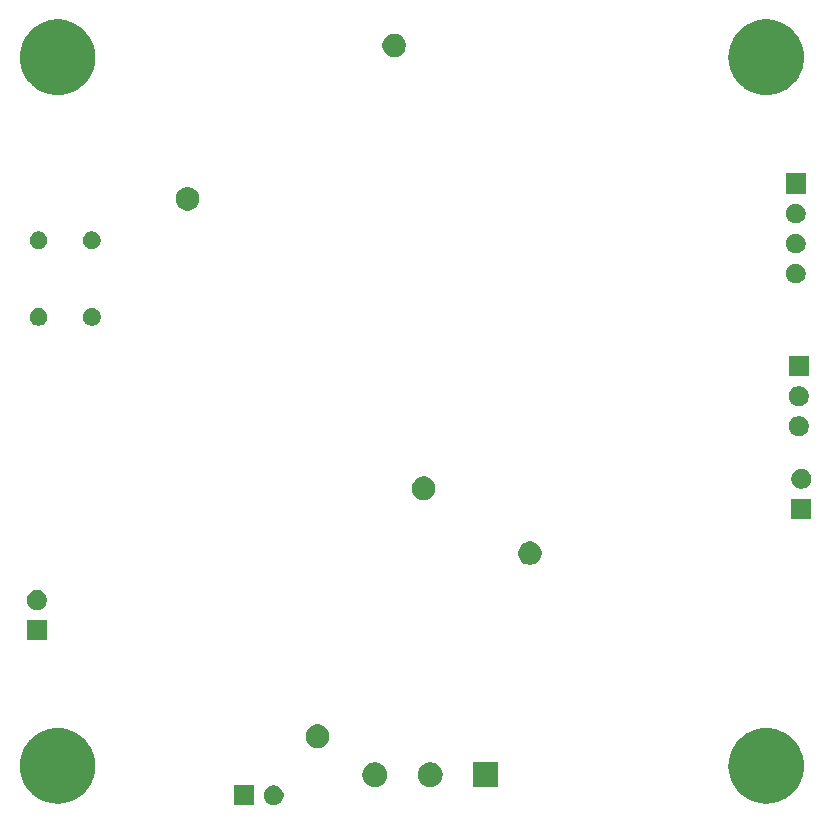
<source format=gbr>
%TF.GenerationSoftware,KiCad,Pcbnew,9.0.1*%
%TF.CreationDate,2025-04-02T11:20:44-04:00*%
%TF.ProjectId,Colossus_TI_rev_A,436f6c6f-7373-4757-935f-54495f726576,rev?*%
%TF.SameCoordinates,Original*%
%TF.FileFunction,Soldermask,Bot*%
%TF.FilePolarity,Negative*%
%FSLAX46Y46*%
G04 Gerber Fmt 4.6, Leading zero omitted, Abs format (unit mm)*
G04 Created by KiCad (PCBNEW 9.0.1) date 2025-04-02 11:20:44*
%MOMM*%
%LPD*%
G01*
G04 APERTURE LIST*
G04 APERTURE END LIST*
G36*
X71600000Y-118350000D02*
G01*
X69900000Y-118350000D01*
X69900000Y-116650000D01*
X71600000Y-116650000D01*
X71600000Y-118350000D01*
G37*
G36*
X73536742Y-116686601D02*
G01*
X73690687Y-116750367D01*
X73829234Y-116842941D01*
X73947059Y-116960766D01*
X74039633Y-117099313D01*
X74103399Y-117253258D01*
X74135907Y-117416685D01*
X74135907Y-117583315D01*
X74103399Y-117746742D01*
X74039633Y-117900687D01*
X73947059Y-118039234D01*
X73829234Y-118157059D01*
X73690687Y-118249633D01*
X73536742Y-118313399D01*
X73373315Y-118345907D01*
X73206685Y-118345907D01*
X73043258Y-118313399D01*
X72889313Y-118249633D01*
X72750766Y-118157059D01*
X72632941Y-118039234D01*
X72540367Y-117900687D01*
X72476601Y-117746742D01*
X72444093Y-117583315D01*
X72444093Y-117416685D01*
X72476601Y-117253258D01*
X72540367Y-117099313D01*
X72632941Y-116960766D01*
X72750766Y-116842941D01*
X72889313Y-116750367D01*
X73043258Y-116686601D01*
X73206685Y-116654093D01*
X73373315Y-116654093D01*
X73536742Y-116686601D01*
G37*
G36*
X55168254Y-111805034D02*
G01*
X55179425Y-111805034D01*
X55257008Y-111813775D01*
X55469527Y-111834707D01*
X55504477Y-111841658D01*
X55536020Y-111845213D01*
X55628748Y-111866377D01*
X55777521Y-111895970D01*
X55835630Y-111913597D01*
X55885874Y-111925065D01*
X55966903Y-111953418D01*
X56078017Y-111987124D01*
X56158482Y-112020454D01*
X56224587Y-112043585D01*
X56287694Y-112073976D01*
X56368152Y-112107303D01*
X56470533Y-112162026D01*
X56547900Y-112199285D01*
X56591547Y-112226710D01*
X56645087Y-112255328D01*
X56771194Y-112339590D01*
X56851748Y-112390205D01*
X56876565Y-112409996D01*
X56906192Y-112429792D01*
X57071284Y-112565279D01*
X57132309Y-112613945D01*
X57140205Y-112621841D01*
X57148938Y-112629008D01*
X57370991Y-112851061D01*
X57378157Y-112859793D01*
X57386055Y-112867691D01*
X57434726Y-112928723D01*
X57570207Y-113093807D01*
X57590001Y-113123431D01*
X57609795Y-113148252D01*
X57660415Y-113228813D01*
X57744671Y-113354912D01*
X57773286Y-113408447D01*
X57800715Y-113452100D01*
X57837977Y-113529475D01*
X57892696Y-113631847D01*
X57926019Y-113712296D01*
X57956415Y-113775413D01*
X57979549Y-113841527D01*
X58012875Y-113921982D01*
X58046576Y-114033081D01*
X58074935Y-114114126D01*
X58086404Y-114164378D01*
X58104029Y-114222478D01*
X58133616Y-114371224D01*
X58154787Y-114463980D01*
X58158342Y-114495531D01*
X58165292Y-114530472D01*
X58186222Y-114742975D01*
X58194966Y-114820575D01*
X58194966Y-114831745D01*
X58196073Y-114842985D01*
X58196073Y-115157014D01*
X58194966Y-115168253D01*
X58194966Y-115179425D01*
X58186221Y-115257031D01*
X58165292Y-115469527D01*
X58158342Y-115504465D01*
X58154787Y-115536020D01*
X58133614Y-115628782D01*
X58104029Y-115777521D01*
X58086405Y-115835617D01*
X58074935Y-115885874D01*
X58046574Y-115966925D01*
X58012875Y-116078017D01*
X57979551Y-116158466D01*
X57956415Y-116224587D01*
X57926016Y-116287709D01*
X57892696Y-116368152D01*
X57837982Y-116470514D01*
X57800715Y-116547900D01*
X57773282Y-116591558D01*
X57744671Y-116645087D01*
X57660425Y-116771169D01*
X57609795Y-116851748D01*
X57589997Y-116876573D01*
X57570207Y-116906192D01*
X57434755Y-117071241D01*
X57386055Y-117132309D01*
X57378153Y-117140210D01*
X57370991Y-117148938D01*
X57148938Y-117370991D01*
X57140210Y-117378153D01*
X57132309Y-117386055D01*
X57071241Y-117434755D01*
X56906192Y-117570207D01*
X56876573Y-117589997D01*
X56851748Y-117609795D01*
X56771169Y-117660425D01*
X56645087Y-117744671D01*
X56591558Y-117773282D01*
X56547900Y-117800715D01*
X56470514Y-117837982D01*
X56368152Y-117892696D01*
X56287709Y-117926016D01*
X56224587Y-117956415D01*
X56158466Y-117979551D01*
X56078017Y-118012875D01*
X55966925Y-118046574D01*
X55885874Y-118074935D01*
X55835617Y-118086405D01*
X55777521Y-118104029D01*
X55628782Y-118133614D01*
X55536020Y-118154787D01*
X55504465Y-118158342D01*
X55469527Y-118165292D01*
X55257031Y-118186221D01*
X55179425Y-118194966D01*
X55168253Y-118194966D01*
X55157014Y-118196073D01*
X54842986Y-118196073D01*
X54831747Y-118194966D01*
X54820575Y-118194966D01*
X54742971Y-118186222D01*
X54530472Y-118165292D01*
X54495531Y-118158342D01*
X54463980Y-118154787D01*
X54371224Y-118133616D01*
X54222478Y-118104029D01*
X54164378Y-118086404D01*
X54114126Y-118074935D01*
X54033081Y-118046576D01*
X53921982Y-118012875D01*
X53841527Y-117979549D01*
X53775413Y-117956415D01*
X53712296Y-117926019D01*
X53631847Y-117892696D01*
X53529475Y-117837977D01*
X53452100Y-117800715D01*
X53408447Y-117773286D01*
X53354912Y-117744671D01*
X53228813Y-117660415D01*
X53148252Y-117609795D01*
X53123431Y-117590001D01*
X53093807Y-117570207D01*
X52928723Y-117434726D01*
X52867691Y-117386055D01*
X52859793Y-117378157D01*
X52851061Y-117370991D01*
X52629008Y-117148938D01*
X52621841Y-117140205D01*
X52613945Y-117132309D01*
X52565279Y-117071284D01*
X52429792Y-116906192D01*
X52409996Y-116876565D01*
X52390205Y-116851748D01*
X52339590Y-116771194D01*
X52255328Y-116645087D01*
X52226710Y-116591547D01*
X52199285Y-116547900D01*
X52162026Y-116470533D01*
X52107303Y-116368152D01*
X52073976Y-116287694D01*
X52043585Y-116224587D01*
X52020454Y-116158482D01*
X51987124Y-116078017D01*
X51953418Y-115966903D01*
X51925065Y-115885874D01*
X51913597Y-115835630D01*
X51895970Y-115777521D01*
X51866377Y-115628748D01*
X51845213Y-115536020D01*
X51841658Y-115504477D01*
X51834707Y-115469527D01*
X51813775Y-115257008D01*
X51805034Y-115179425D01*
X51805034Y-115168253D01*
X51803927Y-115157014D01*
X51803927Y-114842985D01*
X51805034Y-114831745D01*
X51805034Y-114820575D01*
X51813774Y-114742998D01*
X51834707Y-114530472D01*
X51841659Y-114495520D01*
X51845213Y-114463980D01*
X51866376Y-114371258D01*
X51895970Y-114222478D01*
X51913598Y-114164365D01*
X51925065Y-114114126D01*
X51953416Y-114033102D01*
X51987124Y-113921982D01*
X52020456Y-113841511D01*
X52043585Y-113775413D01*
X52073973Y-113712311D01*
X52107303Y-113631847D01*
X52162031Y-113529456D01*
X52199285Y-113452100D01*
X52226707Y-113408457D01*
X52255328Y-113354912D01*
X52339600Y-113228788D01*
X52390205Y-113148252D01*
X52409992Y-113123439D01*
X52429792Y-113093807D01*
X52565307Y-112928680D01*
X52613945Y-112867691D01*
X52621836Y-112859799D01*
X52629008Y-112851061D01*
X52851061Y-112629008D01*
X52859799Y-112621836D01*
X52867691Y-112613945D01*
X52928680Y-112565307D01*
X53093807Y-112429792D01*
X53123439Y-112409992D01*
X53148252Y-112390205D01*
X53228788Y-112339600D01*
X53354912Y-112255328D01*
X53408457Y-112226707D01*
X53452100Y-112199285D01*
X53529456Y-112162031D01*
X53631847Y-112107303D01*
X53712311Y-112073973D01*
X53775413Y-112043585D01*
X53841511Y-112020456D01*
X53921982Y-111987124D01*
X54033102Y-111953416D01*
X54114126Y-111925065D01*
X54164365Y-111913598D01*
X54222478Y-111895970D01*
X54371258Y-111866376D01*
X54463980Y-111845213D01*
X54495520Y-111841659D01*
X54530472Y-111834707D01*
X54742993Y-111813775D01*
X54820575Y-111805034D01*
X54831746Y-111805034D01*
X54842986Y-111803927D01*
X55157014Y-111803927D01*
X55168254Y-111805034D01*
G37*
G36*
X115168254Y-111805034D02*
G01*
X115179425Y-111805034D01*
X115257008Y-111813775D01*
X115469527Y-111834707D01*
X115504477Y-111841658D01*
X115536020Y-111845213D01*
X115628748Y-111866377D01*
X115777521Y-111895970D01*
X115835630Y-111913597D01*
X115885874Y-111925065D01*
X115966903Y-111953418D01*
X116078017Y-111987124D01*
X116158482Y-112020454D01*
X116224587Y-112043585D01*
X116287694Y-112073976D01*
X116368152Y-112107303D01*
X116470533Y-112162026D01*
X116547900Y-112199285D01*
X116591547Y-112226710D01*
X116645087Y-112255328D01*
X116771194Y-112339590D01*
X116851748Y-112390205D01*
X116876565Y-112409996D01*
X116906192Y-112429792D01*
X117071284Y-112565279D01*
X117132309Y-112613945D01*
X117140205Y-112621841D01*
X117148938Y-112629008D01*
X117370991Y-112851061D01*
X117378157Y-112859793D01*
X117386055Y-112867691D01*
X117434726Y-112928723D01*
X117570207Y-113093807D01*
X117590001Y-113123431D01*
X117609795Y-113148252D01*
X117660415Y-113228813D01*
X117744671Y-113354912D01*
X117773286Y-113408447D01*
X117800715Y-113452100D01*
X117837977Y-113529475D01*
X117892696Y-113631847D01*
X117926019Y-113712296D01*
X117956415Y-113775413D01*
X117979549Y-113841527D01*
X118012875Y-113921982D01*
X118046576Y-114033081D01*
X118074935Y-114114126D01*
X118086404Y-114164378D01*
X118104029Y-114222478D01*
X118133616Y-114371224D01*
X118154787Y-114463980D01*
X118158342Y-114495531D01*
X118165292Y-114530472D01*
X118186222Y-114742975D01*
X118194966Y-114820575D01*
X118194966Y-114831745D01*
X118196073Y-114842985D01*
X118196073Y-115157014D01*
X118194966Y-115168253D01*
X118194966Y-115179425D01*
X118186221Y-115257031D01*
X118165292Y-115469527D01*
X118158342Y-115504465D01*
X118154787Y-115536020D01*
X118133614Y-115628782D01*
X118104029Y-115777521D01*
X118086405Y-115835617D01*
X118074935Y-115885874D01*
X118046574Y-115966925D01*
X118012875Y-116078017D01*
X117979551Y-116158466D01*
X117956415Y-116224587D01*
X117926016Y-116287709D01*
X117892696Y-116368152D01*
X117837982Y-116470514D01*
X117800715Y-116547900D01*
X117773282Y-116591558D01*
X117744671Y-116645087D01*
X117660425Y-116771169D01*
X117609795Y-116851748D01*
X117589997Y-116876573D01*
X117570207Y-116906192D01*
X117434755Y-117071241D01*
X117386055Y-117132309D01*
X117378153Y-117140210D01*
X117370991Y-117148938D01*
X117148938Y-117370991D01*
X117140210Y-117378153D01*
X117132309Y-117386055D01*
X117071241Y-117434755D01*
X116906192Y-117570207D01*
X116876573Y-117589997D01*
X116851748Y-117609795D01*
X116771169Y-117660425D01*
X116645087Y-117744671D01*
X116591558Y-117773282D01*
X116547900Y-117800715D01*
X116470514Y-117837982D01*
X116368152Y-117892696D01*
X116287709Y-117926016D01*
X116224587Y-117956415D01*
X116158466Y-117979551D01*
X116078017Y-118012875D01*
X115966925Y-118046574D01*
X115885874Y-118074935D01*
X115835617Y-118086405D01*
X115777521Y-118104029D01*
X115628782Y-118133614D01*
X115536020Y-118154787D01*
X115504465Y-118158342D01*
X115469527Y-118165292D01*
X115257031Y-118186221D01*
X115179425Y-118194966D01*
X115168253Y-118194966D01*
X115157014Y-118196073D01*
X114842986Y-118196073D01*
X114831747Y-118194966D01*
X114820575Y-118194966D01*
X114742971Y-118186222D01*
X114530472Y-118165292D01*
X114495531Y-118158342D01*
X114463980Y-118154787D01*
X114371224Y-118133616D01*
X114222478Y-118104029D01*
X114164378Y-118086404D01*
X114114126Y-118074935D01*
X114033081Y-118046576D01*
X113921982Y-118012875D01*
X113841527Y-117979549D01*
X113775413Y-117956415D01*
X113712296Y-117926019D01*
X113631847Y-117892696D01*
X113529475Y-117837977D01*
X113452100Y-117800715D01*
X113408447Y-117773286D01*
X113354912Y-117744671D01*
X113228813Y-117660415D01*
X113148252Y-117609795D01*
X113123431Y-117590001D01*
X113093807Y-117570207D01*
X112928723Y-117434726D01*
X112867691Y-117386055D01*
X112859793Y-117378157D01*
X112851061Y-117370991D01*
X112629008Y-117148938D01*
X112621841Y-117140205D01*
X112613945Y-117132309D01*
X112565279Y-117071284D01*
X112429792Y-116906192D01*
X112409996Y-116876565D01*
X112390205Y-116851748D01*
X112339590Y-116771194D01*
X112255328Y-116645087D01*
X112226710Y-116591547D01*
X112199285Y-116547900D01*
X112162026Y-116470533D01*
X112107303Y-116368152D01*
X112073976Y-116287694D01*
X112043585Y-116224587D01*
X112020454Y-116158482D01*
X111987124Y-116078017D01*
X111953418Y-115966903D01*
X111925065Y-115885874D01*
X111913597Y-115835630D01*
X111895970Y-115777521D01*
X111866377Y-115628748D01*
X111845213Y-115536020D01*
X111841658Y-115504477D01*
X111834707Y-115469527D01*
X111813775Y-115257008D01*
X111805034Y-115179425D01*
X111805034Y-115168253D01*
X111803927Y-115157014D01*
X111803927Y-114842985D01*
X111805034Y-114831745D01*
X111805034Y-114820575D01*
X111813774Y-114742998D01*
X111834707Y-114530472D01*
X111841659Y-114495520D01*
X111845213Y-114463980D01*
X111866376Y-114371258D01*
X111895970Y-114222478D01*
X111913598Y-114164365D01*
X111925065Y-114114126D01*
X111953416Y-114033102D01*
X111987124Y-113921982D01*
X112020456Y-113841511D01*
X112043585Y-113775413D01*
X112073973Y-113712311D01*
X112107303Y-113631847D01*
X112162031Y-113529456D01*
X112199285Y-113452100D01*
X112226707Y-113408457D01*
X112255328Y-113354912D01*
X112339600Y-113228788D01*
X112390205Y-113148252D01*
X112409992Y-113123439D01*
X112429792Y-113093807D01*
X112565307Y-112928680D01*
X112613945Y-112867691D01*
X112621836Y-112859799D01*
X112629008Y-112851061D01*
X112851061Y-112629008D01*
X112859799Y-112621836D01*
X112867691Y-112613945D01*
X112928680Y-112565307D01*
X113093807Y-112429792D01*
X113123439Y-112409992D01*
X113148252Y-112390205D01*
X113228788Y-112339600D01*
X113354912Y-112255328D01*
X113408457Y-112226707D01*
X113452100Y-112199285D01*
X113529456Y-112162031D01*
X113631847Y-112107303D01*
X113712311Y-112073973D01*
X113775413Y-112043585D01*
X113841511Y-112020456D01*
X113921982Y-111987124D01*
X114033102Y-111953416D01*
X114114126Y-111925065D01*
X114164365Y-111913598D01*
X114222478Y-111895970D01*
X114371258Y-111866376D01*
X114463980Y-111845213D01*
X114495520Y-111841659D01*
X114530472Y-111834707D01*
X114742993Y-111813775D01*
X114820575Y-111805034D01*
X114831746Y-111805034D01*
X114842986Y-111803927D01*
X115157014Y-111803927D01*
X115168254Y-111805034D01*
G37*
G36*
X92304100Y-116804100D02*
G01*
X90195900Y-116804100D01*
X90195900Y-114695900D01*
X92304100Y-114695900D01*
X92304100Y-116804100D01*
G37*
G36*
X81945058Y-114700976D02*
G01*
X81955320Y-114700976D01*
X81995429Y-114708954D01*
X82098031Y-114725205D01*
X82131026Y-114735925D01*
X82157989Y-114741289D01*
X82196036Y-114757048D01*
X82255310Y-114776308D01*
X82310846Y-114804605D01*
X82348899Y-114820367D01*
X82371756Y-114835640D01*
X82402670Y-114851391D01*
X82486705Y-114912446D01*
X82520714Y-114935170D01*
X82527972Y-114942428D01*
X82536460Y-114948595D01*
X82653404Y-115065539D01*
X82659570Y-115074026D01*
X82666830Y-115081286D01*
X82689557Y-115115299D01*
X82750608Y-115199329D01*
X82766357Y-115230240D01*
X82781633Y-115253101D01*
X82797396Y-115291158D01*
X82825691Y-115346689D01*
X82844947Y-115405955D01*
X82860711Y-115444011D01*
X82866075Y-115470978D01*
X82876794Y-115503968D01*
X82893044Y-115606562D01*
X82901024Y-115646680D01*
X82901024Y-115656942D01*
X82902666Y-115667309D01*
X82902666Y-115832690D01*
X82901024Y-115843056D01*
X82901024Y-115853320D01*
X82893043Y-115893441D01*
X82876794Y-115996031D01*
X82866075Y-116029018D01*
X82860711Y-116055989D01*
X82844946Y-116094047D01*
X82825691Y-116153310D01*
X82797399Y-116208836D01*
X82781633Y-116246899D01*
X82766355Y-116269763D01*
X82750608Y-116300670D01*
X82689565Y-116384688D01*
X82666830Y-116418714D01*
X82659567Y-116425976D01*
X82653404Y-116434460D01*
X82536460Y-116551404D01*
X82527976Y-116557567D01*
X82520714Y-116564830D01*
X82486688Y-116587565D01*
X82402670Y-116648608D01*
X82371763Y-116664355D01*
X82348899Y-116679633D01*
X82310836Y-116695399D01*
X82255310Y-116723691D01*
X82196047Y-116742946D01*
X82157989Y-116758711D01*
X82131018Y-116764075D01*
X82098031Y-116774794D01*
X81995438Y-116791043D01*
X81955320Y-116799024D01*
X81945058Y-116799024D01*
X81934691Y-116800666D01*
X81769309Y-116800666D01*
X81758942Y-116799024D01*
X81748680Y-116799024D01*
X81708562Y-116791044D01*
X81605968Y-116774794D01*
X81572978Y-116764075D01*
X81546011Y-116758711D01*
X81507955Y-116742947D01*
X81448689Y-116723691D01*
X81393158Y-116695396D01*
X81355101Y-116679633D01*
X81332240Y-116664357D01*
X81301329Y-116648608D01*
X81217299Y-116587557D01*
X81183286Y-116564830D01*
X81176026Y-116557570D01*
X81167539Y-116551404D01*
X81050595Y-116434460D01*
X81044428Y-116425972D01*
X81037170Y-116418714D01*
X81014446Y-116384705D01*
X80953391Y-116300670D01*
X80937640Y-116269756D01*
X80922367Y-116246899D01*
X80906605Y-116208846D01*
X80878308Y-116153310D01*
X80859048Y-116094036D01*
X80843289Y-116055989D01*
X80837925Y-116029026D01*
X80827205Y-115996031D01*
X80810954Y-115893432D01*
X80802976Y-115853320D01*
X80802976Y-115843057D01*
X80801334Y-115832690D01*
X80801334Y-115667309D01*
X80802976Y-115656941D01*
X80802976Y-115646680D01*
X80810953Y-115606571D01*
X80827205Y-115503968D01*
X80837926Y-115470970D01*
X80843289Y-115444011D01*
X80859047Y-115405967D01*
X80878308Y-115346689D01*
X80906607Y-115291147D01*
X80922367Y-115253101D01*
X80937637Y-115230246D01*
X80953391Y-115199329D01*
X81014454Y-115115282D01*
X81037170Y-115081286D01*
X81044425Y-115074030D01*
X81050595Y-115065539D01*
X81167539Y-114948595D01*
X81176030Y-114942425D01*
X81183286Y-114935170D01*
X81217282Y-114912454D01*
X81301329Y-114851391D01*
X81332246Y-114835637D01*
X81355101Y-114820367D01*
X81393147Y-114804607D01*
X81448689Y-114776308D01*
X81507967Y-114757047D01*
X81546011Y-114741289D01*
X81572970Y-114735926D01*
X81605968Y-114725205D01*
X81708571Y-114708953D01*
X81748680Y-114700976D01*
X81758942Y-114700976D01*
X81769309Y-114699334D01*
X81934691Y-114699334D01*
X81945058Y-114700976D01*
G37*
G36*
X86644058Y-114700976D02*
G01*
X86654320Y-114700976D01*
X86694429Y-114708954D01*
X86797031Y-114725205D01*
X86830026Y-114735925D01*
X86856989Y-114741289D01*
X86895036Y-114757048D01*
X86954310Y-114776308D01*
X87009846Y-114804605D01*
X87047899Y-114820367D01*
X87070756Y-114835640D01*
X87101670Y-114851391D01*
X87185705Y-114912446D01*
X87219714Y-114935170D01*
X87226972Y-114942428D01*
X87235460Y-114948595D01*
X87352404Y-115065539D01*
X87358570Y-115074026D01*
X87365830Y-115081286D01*
X87388557Y-115115299D01*
X87449608Y-115199329D01*
X87465357Y-115230240D01*
X87480633Y-115253101D01*
X87496396Y-115291158D01*
X87524691Y-115346689D01*
X87543947Y-115405955D01*
X87559711Y-115444011D01*
X87565075Y-115470978D01*
X87575794Y-115503968D01*
X87592044Y-115606562D01*
X87600024Y-115646680D01*
X87600024Y-115656942D01*
X87601666Y-115667309D01*
X87601666Y-115832690D01*
X87600024Y-115843056D01*
X87600024Y-115853320D01*
X87592043Y-115893441D01*
X87575794Y-115996031D01*
X87565075Y-116029018D01*
X87559711Y-116055989D01*
X87543946Y-116094047D01*
X87524691Y-116153310D01*
X87496399Y-116208836D01*
X87480633Y-116246899D01*
X87465355Y-116269763D01*
X87449608Y-116300670D01*
X87388565Y-116384688D01*
X87365830Y-116418714D01*
X87358567Y-116425976D01*
X87352404Y-116434460D01*
X87235460Y-116551404D01*
X87226976Y-116557567D01*
X87219714Y-116564830D01*
X87185688Y-116587565D01*
X87101670Y-116648608D01*
X87070763Y-116664355D01*
X87047899Y-116679633D01*
X87009836Y-116695399D01*
X86954310Y-116723691D01*
X86895047Y-116742946D01*
X86856989Y-116758711D01*
X86830018Y-116764075D01*
X86797031Y-116774794D01*
X86694438Y-116791043D01*
X86654320Y-116799024D01*
X86644058Y-116799024D01*
X86633691Y-116800666D01*
X86468309Y-116800666D01*
X86457942Y-116799024D01*
X86447680Y-116799024D01*
X86407562Y-116791044D01*
X86304968Y-116774794D01*
X86271978Y-116764075D01*
X86245011Y-116758711D01*
X86206955Y-116742947D01*
X86147689Y-116723691D01*
X86092158Y-116695396D01*
X86054101Y-116679633D01*
X86031240Y-116664357D01*
X86000329Y-116648608D01*
X85916299Y-116587557D01*
X85882286Y-116564830D01*
X85875026Y-116557570D01*
X85866539Y-116551404D01*
X85749595Y-116434460D01*
X85743428Y-116425972D01*
X85736170Y-116418714D01*
X85713446Y-116384705D01*
X85652391Y-116300670D01*
X85636640Y-116269756D01*
X85621367Y-116246899D01*
X85605605Y-116208846D01*
X85577308Y-116153310D01*
X85558048Y-116094036D01*
X85542289Y-116055989D01*
X85536925Y-116029026D01*
X85526205Y-115996031D01*
X85509954Y-115893432D01*
X85501976Y-115853320D01*
X85501976Y-115843057D01*
X85500334Y-115832690D01*
X85500334Y-115667309D01*
X85501976Y-115656941D01*
X85501976Y-115646680D01*
X85509953Y-115606571D01*
X85526205Y-115503968D01*
X85536926Y-115470970D01*
X85542289Y-115444011D01*
X85558047Y-115405967D01*
X85577308Y-115346689D01*
X85605607Y-115291147D01*
X85621367Y-115253101D01*
X85636637Y-115230246D01*
X85652391Y-115199329D01*
X85713454Y-115115282D01*
X85736170Y-115081286D01*
X85743425Y-115074030D01*
X85749595Y-115065539D01*
X85866539Y-114948595D01*
X85875030Y-114942425D01*
X85882286Y-114935170D01*
X85916282Y-114912454D01*
X86000329Y-114851391D01*
X86031246Y-114835637D01*
X86054101Y-114820367D01*
X86092147Y-114804607D01*
X86147689Y-114776308D01*
X86206967Y-114757047D01*
X86245011Y-114741289D01*
X86271970Y-114735926D01*
X86304968Y-114725205D01*
X86407571Y-114708953D01*
X86447680Y-114700976D01*
X86457942Y-114700976D01*
X86468309Y-114699334D01*
X86633691Y-114699334D01*
X86644058Y-114700976D01*
G37*
G36*
X77290285Y-111543060D02*
G01*
X77471397Y-111618079D01*
X77634393Y-111726990D01*
X77773010Y-111865607D01*
X77881921Y-112028603D01*
X77956940Y-112209715D01*
X77995185Y-112401983D01*
X77995185Y-112598017D01*
X77956940Y-112790285D01*
X77881921Y-112971397D01*
X77773010Y-113134393D01*
X77634393Y-113273010D01*
X77471397Y-113381921D01*
X77290285Y-113456940D01*
X77098017Y-113495185D01*
X76901983Y-113495185D01*
X76709715Y-113456940D01*
X76528603Y-113381921D01*
X76365607Y-113273010D01*
X76226990Y-113134393D01*
X76118079Y-112971397D01*
X76043060Y-112790285D01*
X76004815Y-112598017D01*
X76004815Y-112401983D01*
X76043060Y-112209715D01*
X76118079Y-112028603D01*
X76226990Y-111865607D01*
X76365607Y-111726990D01*
X76528603Y-111618079D01*
X76709715Y-111543060D01*
X76901983Y-111504815D01*
X77098017Y-111504815D01*
X77290285Y-111543060D01*
G37*
G36*
X54100000Y-104349998D02*
G01*
X52400000Y-104349998D01*
X52400000Y-102649998D01*
X54100000Y-102649998D01*
X54100000Y-104349998D01*
G37*
G36*
X53496742Y-100146599D02*
G01*
X53650687Y-100210365D01*
X53789234Y-100302939D01*
X53907059Y-100420764D01*
X53999633Y-100559311D01*
X54063399Y-100713256D01*
X54095907Y-100876683D01*
X54095907Y-101043313D01*
X54063399Y-101206740D01*
X53999633Y-101360685D01*
X53907059Y-101499232D01*
X53789234Y-101617057D01*
X53650687Y-101709631D01*
X53496742Y-101773397D01*
X53333315Y-101805905D01*
X53166685Y-101805905D01*
X53003258Y-101773397D01*
X52849313Y-101709631D01*
X52710766Y-101617057D01*
X52592941Y-101499232D01*
X52500367Y-101360685D01*
X52436601Y-101206740D01*
X52404093Y-101043313D01*
X52404093Y-100876683D01*
X52436601Y-100713256D01*
X52500367Y-100559311D01*
X52592941Y-100420764D01*
X52710766Y-100302939D01*
X52849313Y-100210365D01*
X53003258Y-100146599D01*
X53166685Y-100114091D01*
X53333315Y-100114091D01*
X53496742Y-100146599D01*
G37*
G36*
X95290285Y-96043060D02*
G01*
X95471397Y-96118079D01*
X95634393Y-96226990D01*
X95773010Y-96365607D01*
X95881921Y-96528603D01*
X95956940Y-96709715D01*
X95995185Y-96901983D01*
X95995185Y-97098017D01*
X95956940Y-97290285D01*
X95881921Y-97471397D01*
X95773010Y-97634393D01*
X95634393Y-97773010D01*
X95471397Y-97881921D01*
X95290285Y-97956940D01*
X95098017Y-97995185D01*
X94901983Y-97995185D01*
X94709715Y-97956940D01*
X94528603Y-97881921D01*
X94365607Y-97773010D01*
X94226990Y-97634393D01*
X94118079Y-97471397D01*
X94043060Y-97290285D01*
X94004815Y-97098017D01*
X94004815Y-96901983D01*
X94043060Y-96709715D01*
X94118079Y-96528603D01*
X94226990Y-96365607D01*
X94365607Y-96226990D01*
X94528603Y-96118079D01*
X94709715Y-96043060D01*
X94901983Y-96004815D01*
X95098017Y-96004815D01*
X95290285Y-96043060D01*
G37*
G36*
X118825000Y-94100000D02*
G01*
X117125000Y-94100000D01*
X117125000Y-92400000D01*
X118825000Y-92400000D01*
X118825000Y-94100000D01*
G37*
G36*
X86290285Y-90543060D02*
G01*
X86471397Y-90618079D01*
X86634393Y-90726990D01*
X86773010Y-90865607D01*
X86881921Y-91028603D01*
X86956940Y-91209715D01*
X86995185Y-91401983D01*
X86995185Y-91598017D01*
X86956940Y-91790285D01*
X86881921Y-91971397D01*
X86773010Y-92134393D01*
X86634393Y-92273010D01*
X86471397Y-92381921D01*
X86290285Y-92456940D01*
X86098017Y-92495185D01*
X85901983Y-92495185D01*
X85709715Y-92456940D01*
X85528603Y-92381921D01*
X85365607Y-92273010D01*
X85226990Y-92134393D01*
X85118079Y-91971397D01*
X85043060Y-91790285D01*
X85004815Y-91598017D01*
X85004815Y-91401983D01*
X85043060Y-91209715D01*
X85118079Y-91028603D01*
X85226990Y-90865607D01*
X85365607Y-90726990D01*
X85528603Y-90618079D01*
X85709715Y-90543060D01*
X85901983Y-90504815D01*
X86098017Y-90504815D01*
X86290285Y-90543060D01*
G37*
G36*
X118221742Y-89896601D02*
G01*
X118375687Y-89960367D01*
X118514234Y-90052941D01*
X118632059Y-90170766D01*
X118724633Y-90309313D01*
X118788399Y-90463258D01*
X118820907Y-90626685D01*
X118820907Y-90793315D01*
X118788399Y-90956742D01*
X118724633Y-91110687D01*
X118632059Y-91249234D01*
X118514234Y-91367059D01*
X118375687Y-91459633D01*
X118221742Y-91523399D01*
X118058315Y-91555907D01*
X117891685Y-91555907D01*
X117728258Y-91523399D01*
X117574313Y-91459633D01*
X117435766Y-91367059D01*
X117317941Y-91249234D01*
X117225367Y-91110687D01*
X117161601Y-90956742D01*
X117129093Y-90793315D01*
X117129093Y-90626685D01*
X117161601Y-90463258D01*
X117225367Y-90309313D01*
X117317941Y-90170766D01*
X117435766Y-90052941D01*
X117574313Y-89960367D01*
X117728258Y-89896601D01*
X117891685Y-89864093D01*
X118058315Y-89864093D01*
X118221742Y-89896601D01*
G37*
G36*
X117996742Y-85436601D02*
G01*
X118150687Y-85500367D01*
X118289234Y-85592941D01*
X118407059Y-85710766D01*
X118499633Y-85849313D01*
X118563399Y-86003258D01*
X118595907Y-86166685D01*
X118595907Y-86333315D01*
X118563399Y-86496742D01*
X118499633Y-86650687D01*
X118407059Y-86789234D01*
X118289234Y-86907059D01*
X118150687Y-86999633D01*
X117996742Y-87063399D01*
X117833315Y-87095907D01*
X117666685Y-87095907D01*
X117503258Y-87063399D01*
X117349313Y-86999633D01*
X117210766Y-86907059D01*
X117092941Y-86789234D01*
X117000367Y-86650687D01*
X116936601Y-86496742D01*
X116904093Y-86333315D01*
X116904093Y-86166685D01*
X116936601Y-86003258D01*
X117000367Y-85849313D01*
X117092941Y-85710766D01*
X117210766Y-85592941D01*
X117349313Y-85500367D01*
X117503258Y-85436601D01*
X117666685Y-85404093D01*
X117833315Y-85404093D01*
X117996742Y-85436601D01*
G37*
G36*
X117996742Y-82896601D02*
G01*
X118150687Y-82960367D01*
X118289234Y-83052941D01*
X118407059Y-83170766D01*
X118499633Y-83309313D01*
X118563399Y-83463258D01*
X118595907Y-83626685D01*
X118595907Y-83793315D01*
X118563399Y-83956742D01*
X118499633Y-84110687D01*
X118407059Y-84249234D01*
X118289234Y-84367059D01*
X118150687Y-84459633D01*
X117996742Y-84523399D01*
X117833315Y-84555907D01*
X117666685Y-84555907D01*
X117503258Y-84523399D01*
X117349313Y-84459633D01*
X117210766Y-84367059D01*
X117092941Y-84249234D01*
X117000367Y-84110687D01*
X116936601Y-83956742D01*
X116904093Y-83793315D01*
X116904093Y-83626685D01*
X116936601Y-83463258D01*
X117000367Y-83309313D01*
X117092941Y-83170766D01*
X117210766Y-83052941D01*
X117349313Y-82960367D01*
X117503258Y-82896601D01*
X117666685Y-82864093D01*
X117833315Y-82864093D01*
X117996742Y-82896601D01*
G37*
G36*
X118600000Y-82020000D02*
G01*
X116900000Y-82020000D01*
X116900000Y-80320000D01*
X118600000Y-80320000D01*
X118600000Y-82020000D01*
G37*
G36*
X53613973Y-76278469D02*
G01*
X53750532Y-76335033D01*
X53873431Y-76417152D01*
X53977948Y-76521669D01*
X54060067Y-76644568D01*
X54116631Y-76781127D01*
X54145467Y-76926096D01*
X54145467Y-77073906D01*
X54116631Y-77218875D01*
X54060067Y-77355434D01*
X53977948Y-77478333D01*
X53873431Y-77582850D01*
X53750532Y-77664969D01*
X53613973Y-77721533D01*
X53469004Y-77750369D01*
X53321194Y-77750369D01*
X53176225Y-77721533D01*
X53039666Y-77664969D01*
X52916767Y-77582850D01*
X52812250Y-77478333D01*
X52730131Y-77355434D01*
X52673567Y-77218875D01*
X52644731Y-77073906D01*
X52644731Y-76926096D01*
X52673567Y-76781127D01*
X52730131Y-76644568D01*
X52812250Y-76521669D01*
X52916767Y-76417152D01*
X53039666Y-76335033D01*
X53176225Y-76278469D01*
X53321194Y-76249633D01*
X53469004Y-76249633D01*
X53613973Y-76278469D01*
G37*
G36*
X58113974Y-76278469D02*
G01*
X58250533Y-76335033D01*
X58373432Y-76417152D01*
X58477949Y-76521669D01*
X58560068Y-76644568D01*
X58616632Y-76781127D01*
X58645468Y-76926096D01*
X58645468Y-77073906D01*
X58616632Y-77218875D01*
X58560068Y-77355434D01*
X58477949Y-77478333D01*
X58373432Y-77582850D01*
X58250533Y-77664969D01*
X58113974Y-77721533D01*
X57969005Y-77750369D01*
X57821195Y-77750369D01*
X57676226Y-77721533D01*
X57539667Y-77664969D01*
X57416768Y-77582850D01*
X57312251Y-77478333D01*
X57230132Y-77355434D01*
X57173568Y-77218875D01*
X57144732Y-77073906D01*
X57144732Y-76926096D01*
X57173568Y-76781127D01*
X57230132Y-76644568D01*
X57312251Y-76521669D01*
X57416768Y-76417152D01*
X57539667Y-76335033D01*
X57676226Y-76278469D01*
X57821195Y-76249633D01*
X57969005Y-76249633D01*
X58113974Y-76278469D01*
G37*
G36*
X117746742Y-72506601D02*
G01*
X117900687Y-72570367D01*
X118039234Y-72662941D01*
X118157059Y-72780766D01*
X118249633Y-72919313D01*
X118313399Y-73073258D01*
X118345907Y-73236685D01*
X118345907Y-73403315D01*
X118313399Y-73566742D01*
X118249633Y-73720687D01*
X118157059Y-73859234D01*
X118039234Y-73977059D01*
X117900687Y-74069633D01*
X117746742Y-74133399D01*
X117583315Y-74165907D01*
X117416685Y-74165907D01*
X117253258Y-74133399D01*
X117099313Y-74069633D01*
X116960766Y-73977059D01*
X116842941Y-73859234D01*
X116750367Y-73720687D01*
X116686601Y-73566742D01*
X116654093Y-73403315D01*
X116654093Y-73236685D01*
X116686601Y-73073258D01*
X116750367Y-72919313D01*
X116842941Y-72780766D01*
X116960766Y-72662941D01*
X117099313Y-72570367D01*
X117253258Y-72506601D01*
X117416685Y-72474093D01*
X117583315Y-72474093D01*
X117746742Y-72506601D01*
G37*
G36*
X117746742Y-69966601D02*
G01*
X117900687Y-70030367D01*
X118039234Y-70122941D01*
X118157059Y-70240766D01*
X118249633Y-70379313D01*
X118313399Y-70533258D01*
X118345907Y-70696685D01*
X118345907Y-70863315D01*
X118313399Y-71026742D01*
X118249633Y-71180687D01*
X118157059Y-71319234D01*
X118039234Y-71437059D01*
X117900687Y-71529633D01*
X117746742Y-71593399D01*
X117583315Y-71625907D01*
X117416685Y-71625907D01*
X117253258Y-71593399D01*
X117099313Y-71529633D01*
X116960766Y-71437059D01*
X116842941Y-71319234D01*
X116750367Y-71180687D01*
X116686601Y-71026742D01*
X116654093Y-70863315D01*
X116654093Y-70696685D01*
X116686601Y-70533258D01*
X116750367Y-70379313D01*
X116842941Y-70240766D01*
X116960766Y-70122941D01*
X117099313Y-70030367D01*
X117253258Y-69966601D01*
X117416685Y-69934093D01*
X117583315Y-69934093D01*
X117746742Y-69966601D01*
G37*
G36*
X53613973Y-69778467D02*
G01*
X53750532Y-69835031D01*
X53873431Y-69917150D01*
X53977948Y-70021667D01*
X54060067Y-70144566D01*
X54116631Y-70281125D01*
X54145467Y-70426094D01*
X54145467Y-70573904D01*
X54116631Y-70718873D01*
X54060067Y-70855432D01*
X53977948Y-70978331D01*
X53873431Y-71082848D01*
X53750532Y-71164967D01*
X53613973Y-71221531D01*
X53469004Y-71250367D01*
X53321194Y-71250367D01*
X53176225Y-71221531D01*
X53039666Y-71164967D01*
X52916767Y-71082848D01*
X52812250Y-70978331D01*
X52730131Y-70855432D01*
X52673567Y-70718873D01*
X52644731Y-70573904D01*
X52644731Y-70426094D01*
X52673567Y-70281125D01*
X52730131Y-70144566D01*
X52812250Y-70021667D01*
X52916767Y-69917150D01*
X53039666Y-69835031D01*
X53176225Y-69778467D01*
X53321194Y-69749631D01*
X53469004Y-69749631D01*
X53613973Y-69778467D01*
G37*
G36*
X58113974Y-69778467D02*
G01*
X58250533Y-69835031D01*
X58373432Y-69917150D01*
X58477949Y-70021667D01*
X58560068Y-70144566D01*
X58616632Y-70281125D01*
X58645468Y-70426094D01*
X58645468Y-70573904D01*
X58616632Y-70718873D01*
X58560068Y-70855432D01*
X58477949Y-70978331D01*
X58373432Y-71082848D01*
X58250533Y-71164967D01*
X58113974Y-71221531D01*
X57969005Y-71250367D01*
X57821195Y-71250367D01*
X57676226Y-71221531D01*
X57539667Y-71164967D01*
X57416768Y-71082848D01*
X57312251Y-70978331D01*
X57230132Y-70855432D01*
X57173568Y-70718873D01*
X57144732Y-70573904D01*
X57144732Y-70426094D01*
X57173568Y-70281125D01*
X57230132Y-70144566D01*
X57312251Y-70021667D01*
X57416768Y-69917150D01*
X57539667Y-69835031D01*
X57676226Y-69778467D01*
X57821195Y-69749631D01*
X57969005Y-69749631D01*
X58113974Y-69778467D01*
G37*
G36*
X117746742Y-67426601D02*
G01*
X117900687Y-67490367D01*
X118039234Y-67582941D01*
X118157059Y-67700766D01*
X118249633Y-67839313D01*
X118313399Y-67993258D01*
X118345907Y-68156685D01*
X118345907Y-68323315D01*
X118313399Y-68486742D01*
X118249633Y-68640687D01*
X118157059Y-68779234D01*
X118039234Y-68897059D01*
X117900687Y-68989633D01*
X117746742Y-69053399D01*
X117583315Y-69085907D01*
X117416685Y-69085907D01*
X117253258Y-69053399D01*
X117099313Y-68989633D01*
X116960766Y-68897059D01*
X116842941Y-68779234D01*
X116750367Y-68640687D01*
X116686601Y-68486742D01*
X116654093Y-68323315D01*
X116654093Y-68156685D01*
X116686601Y-67993258D01*
X116750367Y-67839313D01*
X116842941Y-67700766D01*
X116960766Y-67582941D01*
X117099313Y-67490367D01*
X117253258Y-67426601D01*
X117416685Y-67394093D01*
X117583315Y-67394093D01*
X117746742Y-67426601D01*
G37*
G36*
X66290285Y-66043060D02*
G01*
X66471397Y-66118079D01*
X66634393Y-66226990D01*
X66773010Y-66365607D01*
X66881921Y-66528603D01*
X66956940Y-66709715D01*
X66995185Y-66901983D01*
X66995185Y-67098017D01*
X66956940Y-67290285D01*
X66881921Y-67471397D01*
X66773010Y-67634393D01*
X66634393Y-67773010D01*
X66471397Y-67881921D01*
X66290285Y-67956940D01*
X66098017Y-67995185D01*
X65901983Y-67995185D01*
X65709715Y-67956940D01*
X65528603Y-67881921D01*
X65365607Y-67773010D01*
X65226990Y-67634393D01*
X65118079Y-67471397D01*
X65043060Y-67290285D01*
X65004815Y-67098017D01*
X65004815Y-66901983D01*
X65043060Y-66709715D01*
X65118079Y-66528603D01*
X65226990Y-66365607D01*
X65365607Y-66226990D01*
X65528603Y-66118079D01*
X65709715Y-66043060D01*
X65901983Y-66004815D01*
X66098017Y-66004815D01*
X66290285Y-66043060D01*
G37*
G36*
X118350000Y-66550000D02*
G01*
X116650000Y-66550000D01*
X116650000Y-64850000D01*
X118350000Y-64850000D01*
X118350000Y-66550000D01*
G37*
G36*
X55168254Y-51805034D02*
G01*
X55179425Y-51805034D01*
X55257008Y-51813775D01*
X55469527Y-51834707D01*
X55504477Y-51841658D01*
X55536020Y-51845213D01*
X55628748Y-51866377D01*
X55777521Y-51895970D01*
X55835630Y-51913597D01*
X55885874Y-51925065D01*
X55966903Y-51953418D01*
X56078017Y-51987124D01*
X56158482Y-52020454D01*
X56224587Y-52043585D01*
X56287694Y-52073976D01*
X56368152Y-52107303D01*
X56470533Y-52162026D01*
X56547900Y-52199285D01*
X56591547Y-52226710D01*
X56645087Y-52255328D01*
X56771194Y-52339590D01*
X56851748Y-52390205D01*
X56876565Y-52409996D01*
X56906192Y-52429792D01*
X57071284Y-52565279D01*
X57132309Y-52613945D01*
X57140205Y-52621841D01*
X57148938Y-52629008D01*
X57370991Y-52851061D01*
X57378157Y-52859793D01*
X57386055Y-52867691D01*
X57434726Y-52928723D01*
X57570207Y-53093807D01*
X57590001Y-53123431D01*
X57609795Y-53148252D01*
X57660415Y-53228813D01*
X57744671Y-53354912D01*
X57773286Y-53408447D01*
X57800715Y-53452100D01*
X57837977Y-53529475D01*
X57892696Y-53631847D01*
X57926019Y-53712296D01*
X57956415Y-53775413D01*
X57979549Y-53841527D01*
X58012875Y-53921982D01*
X58046576Y-54033081D01*
X58074935Y-54114126D01*
X58086404Y-54164378D01*
X58104029Y-54222478D01*
X58133616Y-54371224D01*
X58154787Y-54463980D01*
X58158342Y-54495531D01*
X58165292Y-54530472D01*
X58186222Y-54742975D01*
X58194966Y-54820575D01*
X58194966Y-54831745D01*
X58196073Y-54842985D01*
X58196073Y-55157014D01*
X58194966Y-55168253D01*
X58194966Y-55179425D01*
X58186221Y-55257031D01*
X58165292Y-55469527D01*
X58158342Y-55504465D01*
X58154787Y-55536020D01*
X58133614Y-55628782D01*
X58104029Y-55777521D01*
X58086405Y-55835617D01*
X58074935Y-55885874D01*
X58046574Y-55966925D01*
X58012875Y-56078017D01*
X57979551Y-56158466D01*
X57956415Y-56224587D01*
X57926016Y-56287709D01*
X57892696Y-56368152D01*
X57837982Y-56470514D01*
X57800715Y-56547900D01*
X57773282Y-56591558D01*
X57744671Y-56645087D01*
X57660425Y-56771169D01*
X57609795Y-56851748D01*
X57589997Y-56876573D01*
X57570207Y-56906192D01*
X57434755Y-57071241D01*
X57386055Y-57132309D01*
X57378153Y-57140210D01*
X57370991Y-57148938D01*
X57148938Y-57370991D01*
X57140210Y-57378153D01*
X57132309Y-57386055D01*
X57071241Y-57434755D01*
X56906192Y-57570207D01*
X56876573Y-57589997D01*
X56851748Y-57609795D01*
X56771169Y-57660425D01*
X56645087Y-57744671D01*
X56591558Y-57773282D01*
X56547900Y-57800715D01*
X56470514Y-57837982D01*
X56368152Y-57892696D01*
X56287709Y-57926016D01*
X56224587Y-57956415D01*
X56158466Y-57979551D01*
X56078017Y-58012875D01*
X55966925Y-58046574D01*
X55885874Y-58074935D01*
X55835617Y-58086405D01*
X55777521Y-58104029D01*
X55628782Y-58133614D01*
X55536020Y-58154787D01*
X55504465Y-58158342D01*
X55469527Y-58165292D01*
X55257031Y-58186221D01*
X55179425Y-58194966D01*
X55168253Y-58194966D01*
X55157014Y-58196073D01*
X54842986Y-58196073D01*
X54831747Y-58194966D01*
X54820575Y-58194966D01*
X54742971Y-58186222D01*
X54530472Y-58165292D01*
X54495531Y-58158342D01*
X54463980Y-58154787D01*
X54371224Y-58133616D01*
X54222478Y-58104029D01*
X54164378Y-58086404D01*
X54114126Y-58074935D01*
X54033081Y-58046576D01*
X53921982Y-58012875D01*
X53841527Y-57979549D01*
X53775413Y-57956415D01*
X53712296Y-57926019D01*
X53631847Y-57892696D01*
X53529475Y-57837977D01*
X53452100Y-57800715D01*
X53408447Y-57773286D01*
X53354912Y-57744671D01*
X53228813Y-57660415D01*
X53148252Y-57609795D01*
X53123431Y-57590001D01*
X53093807Y-57570207D01*
X52928723Y-57434726D01*
X52867691Y-57386055D01*
X52859793Y-57378157D01*
X52851061Y-57370991D01*
X52629008Y-57148938D01*
X52621841Y-57140205D01*
X52613945Y-57132309D01*
X52565279Y-57071284D01*
X52429792Y-56906192D01*
X52409996Y-56876565D01*
X52390205Y-56851748D01*
X52339590Y-56771194D01*
X52255328Y-56645087D01*
X52226710Y-56591547D01*
X52199285Y-56547900D01*
X52162026Y-56470533D01*
X52107303Y-56368152D01*
X52073976Y-56287694D01*
X52043585Y-56224587D01*
X52020454Y-56158482D01*
X51987124Y-56078017D01*
X51953418Y-55966903D01*
X51925065Y-55885874D01*
X51913597Y-55835630D01*
X51895970Y-55777521D01*
X51866377Y-55628748D01*
X51845213Y-55536020D01*
X51841658Y-55504477D01*
X51834707Y-55469527D01*
X51813775Y-55257008D01*
X51805034Y-55179425D01*
X51805034Y-55168253D01*
X51803927Y-55157014D01*
X51803927Y-54842985D01*
X51805034Y-54831745D01*
X51805034Y-54820575D01*
X51813774Y-54742998D01*
X51834707Y-54530472D01*
X51841659Y-54495520D01*
X51845213Y-54463980D01*
X51866376Y-54371258D01*
X51895970Y-54222478D01*
X51913598Y-54164365D01*
X51925065Y-54114126D01*
X51953416Y-54033102D01*
X51987124Y-53921982D01*
X52020456Y-53841511D01*
X52043585Y-53775413D01*
X52073973Y-53712311D01*
X52107303Y-53631847D01*
X52162031Y-53529456D01*
X52199285Y-53452100D01*
X52226707Y-53408457D01*
X52255328Y-53354912D01*
X52339600Y-53228788D01*
X52390205Y-53148252D01*
X52409992Y-53123439D01*
X52429792Y-53093807D01*
X52565307Y-52928680D01*
X52613945Y-52867691D01*
X52621836Y-52859799D01*
X52629008Y-52851061D01*
X52851061Y-52629008D01*
X52859799Y-52621836D01*
X52867691Y-52613945D01*
X52928680Y-52565307D01*
X53093807Y-52429792D01*
X53123439Y-52409992D01*
X53148252Y-52390205D01*
X53228788Y-52339600D01*
X53354912Y-52255328D01*
X53408457Y-52226707D01*
X53452100Y-52199285D01*
X53529456Y-52162031D01*
X53631847Y-52107303D01*
X53712311Y-52073973D01*
X53775413Y-52043585D01*
X53841511Y-52020456D01*
X53921982Y-51987124D01*
X54033102Y-51953416D01*
X54114126Y-51925065D01*
X54164365Y-51913598D01*
X54222478Y-51895970D01*
X54371258Y-51866376D01*
X54463980Y-51845213D01*
X54495520Y-51841659D01*
X54530472Y-51834707D01*
X54742993Y-51813775D01*
X54820575Y-51805034D01*
X54831746Y-51805034D01*
X54842986Y-51803927D01*
X55157014Y-51803927D01*
X55168254Y-51805034D01*
G37*
G36*
X115168254Y-51805034D02*
G01*
X115179425Y-51805034D01*
X115257008Y-51813775D01*
X115469527Y-51834707D01*
X115504477Y-51841658D01*
X115536020Y-51845213D01*
X115628748Y-51866377D01*
X115777521Y-51895970D01*
X115835630Y-51913597D01*
X115885874Y-51925065D01*
X115966903Y-51953418D01*
X116078017Y-51987124D01*
X116158482Y-52020454D01*
X116224587Y-52043585D01*
X116287694Y-52073976D01*
X116368152Y-52107303D01*
X116470533Y-52162026D01*
X116547900Y-52199285D01*
X116591547Y-52226710D01*
X116645087Y-52255328D01*
X116771194Y-52339590D01*
X116851748Y-52390205D01*
X116876565Y-52409996D01*
X116906192Y-52429792D01*
X117071284Y-52565279D01*
X117132309Y-52613945D01*
X117140205Y-52621841D01*
X117148938Y-52629008D01*
X117370991Y-52851061D01*
X117378157Y-52859793D01*
X117386055Y-52867691D01*
X117434726Y-52928723D01*
X117570207Y-53093807D01*
X117590001Y-53123431D01*
X117609795Y-53148252D01*
X117660415Y-53228813D01*
X117744671Y-53354912D01*
X117773286Y-53408447D01*
X117800715Y-53452100D01*
X117837977Y-53529475D01*
X117892696Y-53631847D01*
X117926019Y-53712296D01*
X117956415Y-53775413D01*
X117979549Y-53841527D01*
X118012875Y-53921982D01*
X118046576Y-54033081D01*
X118074935Y-54114126D01*
X118086404Y-54164378D01*
X118104029Y-54222478D01*
X118133616Y-54371224D01*
X118154787Y-54463980D01*
X118158342Y-54495531D01*
X118165292Y-54530472D01*
X118186222Y-54742975D01*
X118194966Y-54820575D01*
X118194966Y-54831745D01*
X118196073Y-54842985D01*
X118196073Y-55157014D01*
X118194966Y-55168253D01*
X118194966Y-55179425D01*
X118186221Y-55257031D01*
X118165292Y-55469527D01*
X118158342Y-55504465D01*
X118154787Y-55536020D01*
X118133614Y-55628782D01*
X118104029Y-55777521D01*
X118086405Y-55835617D01*
X118074935Y-55885874D01*
X118046574Y-55966925D01*
X118012875Y-56078017D01*
X117979551Y-56158466D01*
X117956415Y-56224587D01*
X117926016Y-56287709D01*
X117892696Y-56368152D01*
X117837982Y-56470514D01*
X117800715Y-56547900D01*
X117773282Y-56591558D01*
X117744671Y-56645087D01*
X117660425Y-56771169D01*
X117609795Y-56851748D01*
X117589997Y-56876573D01*
X117570207Y-56906192D01*
X117434755Y-57071241D01*
X117386055Y-57132309D01*
X117378153Y-57140210D01*
X117370991Y-57148938D01*
X117148938Y-57370991D01*
X117140210Y-57378153D01*
X117132309Y-57386055D01*
X117071241Y-57434755D01*
X116906192Y-57570207D01*
X116876573Y-57589997D01*
X116851748Y-57609795D01*
X116771169Y-57660425D01*
X116645087Y-57744671D01*
X116591558Y-57773282D01*
X116547900Y-57800715D01*
X116470514Y-57837982D01*
X116368152Y-57892696D01*
X116287709Y-57926016D01*
X116224587Y-57956415D01*
X116158466Y-57979551D01*
X116078017Y-58012875D01*
X115966925Y-58046574D01*
X115885874Y-58074935D01*
X115835617Y-58086405D01*
X115777521Y-58104029D01*
X115628782Y-58133614D01*
X115536020Y-58154787D01*
X115504465Y-58158342D01*
X115469527Y-58165292D01*
X115257031Y-58186221D01*
X115179425Y-58194966D01*
X115168253Y-58194966D01*
X115157014Y-58196073D01*
X114842986Y-58196073D01*
X114831747Y-58194966D01*
X114820575Y-58194966D01*
X114742971Y-58186222D01*
X114530472Y-58165292D01*
X114495531Y-58158342D01*
X114463980Y-58154787D01*
X114371224Y-58133616D01*
X114222478Y-58104029D01*
X114164378Y-58086404D01*
X114114126Y-58074935D01*
X114033081Y-58046576D01*
X113921982Y-58012875D01*
X113841527Y-57979549D01*
X113775413Y-57956415D01*
X113712296Y-57926019D01*
X113631847Y-57892696D01*
X113529475Y-57837977D01*
X113452100Y-57800715D01*
X113408447Y-57773286D01*
X113354912Y-57744671D01*
X113228813Y-57660415D01*
X113148252Y-57609795D01*
X113123431Y-57590001D01*
X113093807Y-57570207D01*
X112928723Y-57434726D01*
X112867691Y-57386055D01*
X112859793Y-57378157D01*
X112851061Y-57370991D01*
X112629008Y-57148938D01*
X112621841Y-57140205D01*
X112613945Y-57132309D01*
X112565279Y-57071284D01*
X112429792Y-56906192D01*
X112409996Y-56876565D01*
X112390205Y-56851748D01*
X112339590Y-56771194D01*
X112255328Y-56645087D01*
X112226710Y-56591547D01*
X112199285Y-56547900D01*
X112162026Y-56470533D01*
X112107303Y-56368152D01*
X112073976Y-56287694D01*
X112043585Y-56224587D01*
X112020454Y-56158482D01*
X111987124Y-56078017D01*
X111953418Y-55966903D01*
X111925065Y-55885874D01*
X111913597Y-55835630D01*
X111895970Y-55777521D01*
X111866377Y-55628748D01*
X111845213Y-55536020D01*
X111841658Y-55504477D01*
X111834707Y-55469527D01*
X111813775Y-55257008D01*
X111805034Y-55179425D01*
X111805034Y-55168253D01*
X111803927Y-55157014D01*
X111803927Y-54842985D01*
X111805034Y-54831745D01*
X111805034Y-54820575D01*
X111813774Y-54742998D01*
X111834707Y-54530472D01*
X111841659Y-54495520D01*
X111845213Y-54463980D01*
X111866376Y-54371258D01*
X111895970Y-54222478D01*
X111913598Y-54164365D01*
X111925065Y-54114126D01*
X111953416Y-54033102D01*
X111987124Y-53921982D01*
X112020456Y-53841511D01*
X112043585Y-53775413D01*
X112073973Y-53712311D01*
X112107303Y-53631847D01*
X112162031Y-53529456D01*
X112199285Y-53452100D01*
X112226707Y-53408457D01*
X112255328Y-53354912D01*
X112339600Y-53228788D01*
X112390205Y-53148252D01*
X112409992Y-53123439D01*
X112429792Y-53093807D01*
X112565307Y-52928680D01*
X112613945Y-52867691D01*
X112621836Y-52859799D01*
X112629008Y-52851061D01*
X112851061Y-52629008D01*
X112859799Y-52621836D01*
X112867691Y-52613945D01*
X112928680Y-52565307D01*
X113093807Y-52429792D01*
X113123439Y-52409992D01*
X113148252Y-52390205D01*
X113228788Y-52339600D01*
X113354912Y-52255328D01*
X113408457Y-52226707D01*
X113452100Y-52199285D01*
X113529456Y-52162031D01*
X113631847Y-52107303D01*
X113712311Y-52073973D01*
X113775413Y-52043585D01*
X113841511Y-52020456D01*
X113921982Y-51987124D01*
X114033102Y-51953416D01*
X114114126Y-51925065D01*
X114164365Y-51913598D01*
X114222478Y-51895970D01*
X114371258Y-51866376D01*
X114463980Y-51845213D01*
X114495520Y-51841659D01*
X114530472Y-51834707D01*
X114742993Y-51813775D01*
X114820575Y-51805034D01*
X114831746Y-51805034D01*
X114842986Y-51803927D01*
X115157014Y-51803927D01*
X115168254Y-51805034D01*
G37*
G36*
X83790285Y-53043060D02*
G01*
X83971397Y-53118079D01*
X84134393Y-53226990D01*
X84273010Y-53365607D01*
X84381921Y-53528603D01*
X84456940Y-53709715D01*
X84495185Y-53901983D01*
X84495185Y-54098017D01*
X84456940Y-54290285D01*
X84381921Y-54471397D01*
X84273010Y-54634393D01*
X84134393Y-54773010D01*
X83971397Y-54881921D01*
X83790285Y-54956940D01*
X83598017Y-54995185D01*
X83401983Y-54995185D01*
X83209715Y-54956940D01*
X83028603Y-54881921D01*
X82865607Y-54773010D01*
X82726990Y-54634393D01*
X82618079Y-54471397D01*
X82543060Y-54290285D01*
X82504815Y-54098017D01*
X82504815Y-53901983D01*
X82543060Y-53709715D01*
X82618079Y-53528603D01*
X82726990Y-53365607D01*
X82865607Y-53226990D01*
X83028603Y-53118079D01*
X83209715Y-53043060D01*
X83401983Y-53004815D01*
X83598017Y-53004815D01*
X83790285Y-53043060D01*
G37*
M02*

</source>
